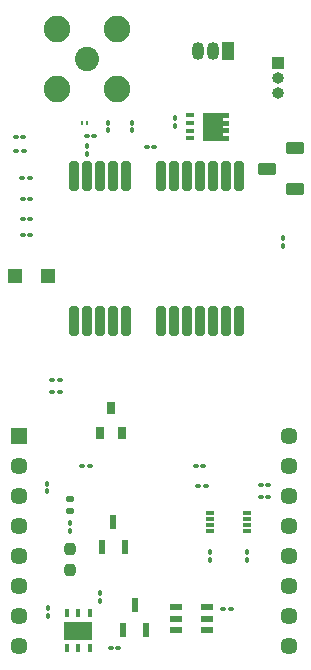
<source format=gbr>
%TF.GenerationSoftware,KiCad,Pcbnew,8.0.2*%
%TF.CreationDate,2024-07-30T14:50:55+02:00*%
%TF.ProjectId,lc29h_mikrobus_PCB,6c633239-685f-46d6-996b-726f6275735f,rev?*%
%TF.SameCoordinates,Original*%
%TF.FileFunction,Soldermask,Top*%
%TF.FilePolarity,Negative*%
%FSLAX46Y46*%
G04 Gerber Fmt 4.6, Leading zero omitted, Abs format (unit mm)*
G04 Created by KiCad (PCBNEW 8.0.2) date 2024-07-30 14:50:55*
%MOMM*%
%LPD*%
G01*
G04 APERTURE LIST*
G04 Aperture macros list*
%AMRoundRect*
0 Rectangle with rounded corners*
0 $1 Rounding radius*
0 $2 $3 $4 $5 $6 $7 $8 $9 X,Y pos of 4 corners*
0 Add a 4 corners polygon primitive as box body*
4,1,4,$2,$3,$4,$5,$6,$7,$8,$9,$2,$3,0*
0 Add four circle primitives for the rounded corners*
1,1,$1+$1,$2,$3*
1,1,$1+$1,$4,$5*
1,1,$1+$1,$6,$7*
1,1,$1+$1,$8,$9*
0 Add four rect primitives between the rounded corners*
20,1,$1+$1,$2,$3,$4,$5,0*
20,1,$1+$1,$4,$5,$6,$7,0*
20,1,$1+$1,$6,$7,$8,$9,0*
20,1,$1+$1,$8,$9,$2,$3,0*%
%AMFreePoly0*
4,1,17,1.395000,0.765000,0.855000,0.765000,0.855000,0.535000,1.395000,0.535000,1.395000,0.115000,0.855000,0.115000,0.855000,-0.115000,1.395000,-0.115000,1.395000,-0.535000,0.855000,-0.535000,0.855000,-0.765000,1.395000,-0.765000,1.395000,-1.185000,-0.855000,-1.185000,-0.855000,1.185000,1.395000,1.185000,1.395000,0.765000,1.395000,0.765000,$1*%
G04 Aperture macros list end*
%ADD10C,1.445000*%
%ADD11R,1.445000X1.445000*%
%ADD12RoundRect,0.147500X-0.172500X0.147500X-0.172500X-0.147500X0.172500X-0.147500X0.172500X0.147500X0*%
%ADD13RoundRect,0.100000X-0.130000X-0.100000X0.130000X-0.100000X0.130000X0.100000X-0.130000X0.100000X0*%
%ADD14RoundRect,0.100000X0.130000X0.100000X-0.130000X0.100000X-0.130000X-0.100000X0.130000X-0.100000X0*%
%ADD15R,2.400000X1.600000*%
%ADD16R,0.450000X0.750000*%
%ADD17R,1.200000X1.200000*%
%ADD18O,1.000000X1.000000*%
%ADD19R,1.000000X1.000000*%
%ADD20R,0.800000X0.300000*%
%ADD21RoundRect,0.100000X-0.100000X0.130000X-0.100000X-0.130000X0.100000X-0.130000X0.100000X0.130000X0*%
%ADD22FreePoly0,0.000000*%
%ADD23RoundRect,0.105000X-0.245000X-0.105000X0.245000X-0.105000X0.245000X0.105000X-0.245000X0.105000X0*%
%ADD24RoundRect,0.100000X0.100000X-0.130000X0.100000X0.130000X-0.100000X0.130000X-0.100000X-0.130000X0*%
%ADD25RoundRect,0.250000X0.550000X-0.250000X0.550000X0.250000X-0.550000X0.250000X-0.550000X-0.250000X0*%
%ADD26R,0.244000X0.300000*%
%ADD27RoundRect,0.237500X0.237500X-0.250000X0.237500X0.250000X-0.237500X0.250000X-0.237500X-0.250000X0*%
%ADD28C,2.250000*%
%ADD29C,2.050000*%
%ADD30R,1.125000X0.600000*%
%ADD31RoundRect,0.200000X-0.200000X1.050000X-0.200000X-1.050000X0.200000X-1.050000X0.200000X1.050000X0*%
%ADD32O,1.050000X1.500000*%
%ADD33R,1.050000X1.500000*%
%ADD34R,0.600000X1.250000*%
%ADD35R,0.650000X1.100000*%
G04 APERTURE END LIST*
D10*
%TO.C,IC1*%
X148953000Y-93001000D03*
X148953000Y-90461000D03*
X148953000Y-87921000D03*
X148953000Y-85381000D03*
X148953000Y-82841000D03*
X148953000Y-80301000D03*
X148953000Y-77761000D03*
X148953000Y-75221000D03*
X126093000Y-93001000D03*
X126093000Y-90461000D03*
X126093000Y-87921000D03*
X126093000Y-85381000D03*
X126093000Y-82841000D03*
X126093000Y-80301000D03*
X126093000Y-77761000D03*
D11*
X126093000Y-75221000D03*
%TD*%
D12*
%TO.C,D1*%
X130393000Y-81593500D03*
X130393000Y-80623500D03*
%TD*%
D13*
%TO.C,R13*%
X132093000Y-77771000D03*
X131453000Y-77771000D03*
%TD*%
D14*
%TO.C,R18*%
X128928000Y-71521000D03*
X129568000Y-71521000D03*
%TD*%
D15*
%TO.C,IC2*%
X131129500Y-91747000D03*
D16*
X132079500Y-93247000D03*
X131129500Y-93247000D03*
X130179500Y-93247000D03*
X130179500Y-90247000D03*
X131129500Y-90247000D03*
X132079500Y-90247000D03*
%TD*%
D17*
%TO.C,D2*%
X128525500Y-61731000D03*
X125725500Y-61731000D03*
%TD*%
D18*
%TO.C,J2*%
X148003000Y-46261000D03*
X148003000Y-44991000D03*
D19*
X148003000Y-43721000D03*
%TD*%
D14*
%TO.C,C4*%
X126363000Y-53431000D03*
X127003000Y-53431000D03*
%TD*%
D13*
%TO.C,R4*%
X126478000Y-49971000D03*
X125838000Y-49971000D03*
%TD*%
D14*
%TO.C,C2*%
X126408000Y-56931000D03*
X127048000Y-56931000D03*
%TD*%
D20*
%TO.C,U1*%
X142293000Y-83321000D03*
X142293000Y-82821000D03*
X142293000Y-82321000D03*
X142293000Y-81821000D03*
X145393000Y-81821000D03*
X145393000Y-82321000D03*
X145393000Y-82821000D03*
X145393000Y-83321000D03*
%TD*%
D21*
%TO.C,R5*%
X139343000Y-48991000D03*
X139343000Y-48351000D03*
%TD*%
D14*
%TO.C,R12*%
X126408000Y-58231000D03*
X127048000Y-58231000D03*
%TD*%
D22*
%TO.C,Q2*%
X142558000Y-49096000D03*
D23*
X140603000Y-50071000D03*
X140603000Y-49421000D03*
X140603000Y-48771000D03*
X140603000Y-48121000D03*
%TD*%
D14*
%TO.C,R15*%
X133873000Y-93221000D03*
X134513000Y-93221000D03*
%TD*%
D24*
%TO.C,C6*%
X135713000Y-48721000D03*
X135713000Y-49361000D03*
%TD*%
D21*
%TO.C,C7*%
X131833000Y-51346000D03*
X131833000Y-50706000D03*
%TD*%
D14*
%TO.C,C3*%
X126408000Y-55231000D03*
X127048000Y-55231000D03*
%TD*%
D24*
%TO.C,R14*%
X148493000Y-58501000D03*
X148493000Y-59141000D03*
%TD*%
D21*
%TO.C,C9*%
X128593000Y-90496000D03*
X128593000Y-89856000D03*
%TD*%
D25*
%TO.C,SW1*%
X149443000Y-50871000D03*
X147143000Y-52621000D03*
X149443000Y-54371000D03*
%TD*%
D21*
%TO.C,R16*%
X132993000Y-89221000D03*
X132993000Y-88581000D03*
%TD*%
D13*
%TO.C,R3*%
X147213000Y-80421000D03*
X146573000Y-80421000D03*
%TD*%
D26*
%TO.C,D3*%
X131833000Y-48721000D03*
X131421000Y-48721000D03*
%TD*%
D24*
%TO.C,R10*%
X142293000Y-85081000D03*
X142293000Y-85721000D03*
%TD*%
D14*
%TO.C,L1*%
X131833000Y-49831000D03*
X132473000Y-49831000D03*
%TD*%
%TO.C,R19*%
X128928000Y-70521000D03*
X129568000Y-70521000D03*
%TD*%
D24*
%TO.C,R2*%
X130393000Y-82638500D03*
X130393000Y-83278500D03*
%TD*%
D27*
%TO.C,R1*%
X130393000Y-84808500D03*
X130393000Y-86633500D03*
%TD*%
D24*
%TO.C,R17*%
X128493000Y-79301000D03*
X128493000Y-79941000D03*
%TD*%
D13*
%TO.C,R6*%
X126518000Y-51121000D03*
X125878000Y-51121000D03*
%TD*%
D28*
%TO.C,J1*%
X134373000Y-45901000D03*
X134373000Y-40821000D03*
X129293000Y-45901000D03*
X129293000Y-40821000D03*
D29*
X131833000Y-43361000D03*
%TD*%
D24*
%TO.C,R11*%
X145393000Y-85081000D03*
X145393000Y-85721000D03*
%TD*%
D13*
%TO.C,R8*%
X141713000Y-77821000D03*
X141073000Y-77821000D03*
%TD*%
D24*
%TO.C,C5*%
X133603000Y-48726000D03*
X133603000Y-49366000D03*
%TD*%
D13*
%TO.C,C1*%
X147213000Y-79421000D03*
X146573000Y-79421000D03*
%TD*%
D30*
%TO.C,IC3*%
X141995000Y-89771000D03*
X141995000Y-90721000D03*
X141995000Y-91671000D03*
X139371000Y-91671000D03*
X139371000Y-90721000D03*
X139371000Y-89771000D03*
%TD*%
D13*
%TO.C,R7*%
X141913000Y-79521000D03*
X141273000Y-79521000D03*
%TD*%
D14*
%TO.C,R9*%
X136933000Y-50831000D03*
X137573000Y-50831000D03*
%TD*%
D31*
%TO.C,U2*%
X144733000Y-65491000D03*
X143633000Y-65491000D03*
X142533000Y-65491000D03*
X141433000Y-65491000D03*
X140333000Y-65491000D03*
X139233000Y-65491000D03*
X138133000Y-65491000D03*
X135133000Y-65491000D03*
X134033000Y-65491000D03*
X132933000Y-65491000D03*
X131833000Y-65491000D03*
X130733000Y-65491000D03*
X130733000Y-53291000D03*
X131833000Y-53291000D03*
X132933000Y-53291000D03*
X134033000Y-53291000D03*
X135133000Y-53291000D03*
X138133000Y-53291000D03*
X139233000Y-53291000D03*
X140333000Y-53291000D03*
X141433000Y-53291000D03*
X142533000Y-53291000D03*
X143633000Y-53291000D03*
X144733000Y-53291000D03*
%TD*%
D32*
%TO.C,Q1*%
X141223000Y-42701000D03*
X142493000Y-42701000D03*
D33*
X143763000Y-42701000D03*
%TD*%
D34*
%TO.C,Q4*%
X135893000Y-89571000D03*
X136848000Y-91671000D03*
X134938000Y-91671000D03*
%TD*%
%TO.C,Q5*%
X134093000Y-82521000D03*
X135048000Y-84621000D03*
X133138000Y-84621000D03*
%TD*%
D35*
%TO.C,Q3*%
X133893000Y-72921000D03*
X134853000Y-75021000D03*
X132933000Y-75021000D03*
%TD*%
D13*
%TO.C,C8*%
X144013000Y-89921000D03*
X143373000Y-89921000D03*
%TD*%
M02*

</source>
